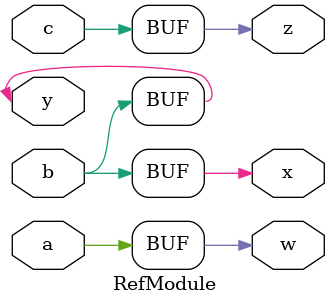
<source format=sv>

module RefModule (
  input a,
  input b,
  input c,
  output w,
  output x,
  input y,
  output z
);

  assign {w,x,y,z} = {a,b,b,c};

endmodule


</source>
